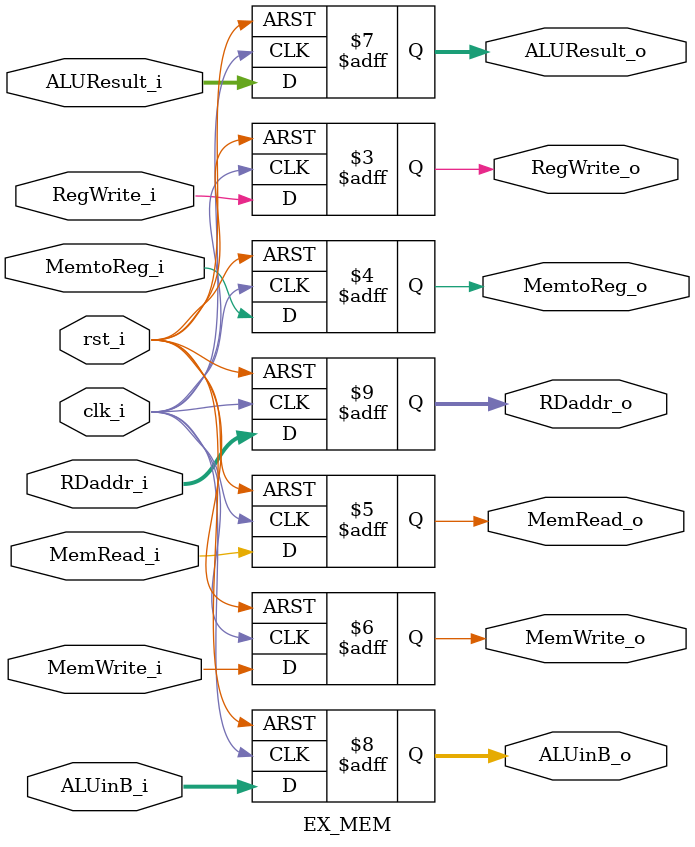
<source format=v>
module EX_MEM (
    input clk_i,
    input rst_i,
    input RegWrite_i,
    input MemtoReg_i,
    input MemRead_i,
    input MemWrite_i,
    input [31:0] ALUResult_i,
    input [31:0] ALUinB_i,
    input [4:0] RDaddr_i,
    output reg RegWrite_o,
    output reg MemtoReg_o,
    output reg MemRead_o,
    output reg MemWrite_o,
    output reg [31:0] ALUResult_o,
    output reg [31:0] ALUinB_o,
    output reg [4:0] RDaddr_o
);
    always @(posedge clk_i or negedge rst_i) begin
        if (~rst_i) begin
            RegWrite_o <= 1'b0;
            MemRead_o <= 1'b0;
            MemtoReg_o <= 1'b0;
            MemWrite_o <= 1'b0;
            ALUResult_o <= 32'b0;
            ALUinB_o <= 32'b0;
            RDaddr_o <= 5'b0;
        end
        else begin
            RegWrite_o <= RegWrite_i;
            MemRead_o <= MemRead_i;
            MemtoReg_o <= MemtoReg_i;
            MemWrite_o <= MemWrite_i;
            ALUResult_o <= ALUResult_i;
            ALUinB_o <= ALUinB_i;
            RDaddr_o <= RDaddr_i;            
        end
    end
endmodule
</source>
